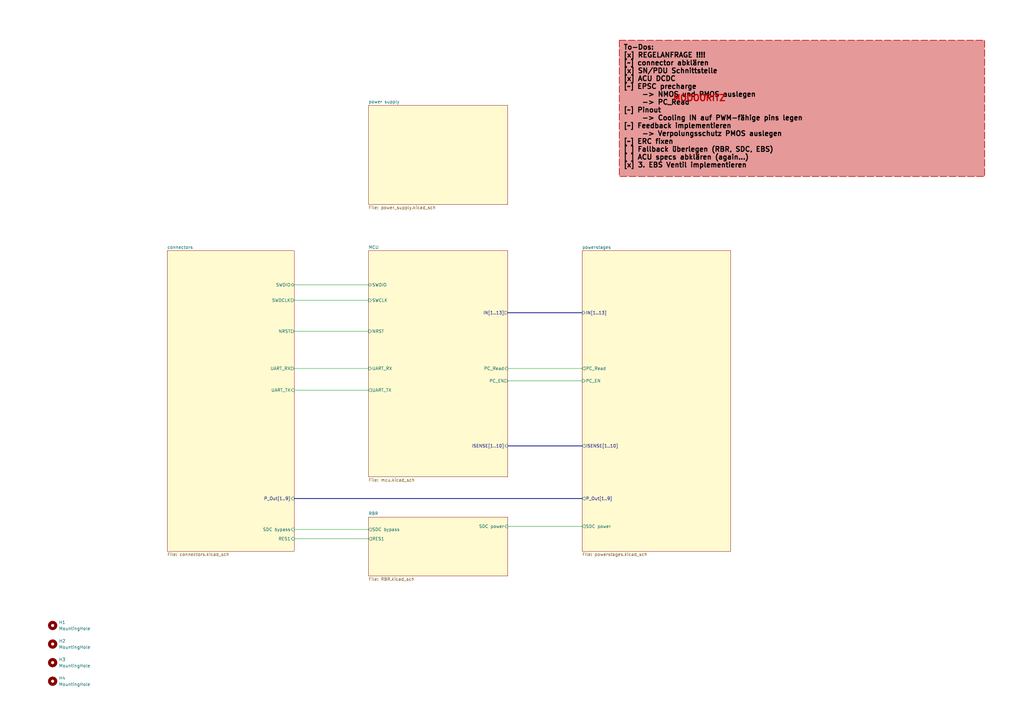
<source format=kicad_sch>
(kicad_sch (version 20231120) (generator "eeschema") (generator_version "8.0")
  (paper "A3")
  (title_block (title "PDU FT25") (date "2024-11-23") (rev "V1.1") (company "Janek Herm") (comment 1 "FaSTTUBe Electronics"))
  (lib_symbols
    (symbol "Mechanical:MountingHole" (pin_names (offset 1.016))
      (property "Reference" "H" (at 0 5.08 0))
      (property "Value" "MountingHole" (at 0 3.175 0))
      (symbol "MountingHole_0_1"
        (circle (center 0 0) (radius 1.27) (stroke (width 1.27)))
      )
    )
  )
  (wire (pts (xy 208.28 215.9) (xy 238.76 215.9)))
  (wire (pts (xy 120.65 160.02) (xy 151.13 160.02)))
  (wire (pts (xy 120.65 220.98) (xy 151.13 220.98)))
  (bus (pts (xy 208.28 128.27) (xy 238.76 128.27)))
  (wire (pts (xy 208.28 156.21) (xy 238.76 156.21)))
  (wire (pts (xy 120.65 135.89) (xy 151.13 135.89)))
  (wire (pts (xy 120.65 116.84) (xy 151.13 116.84)))
  (wire (pts (xy 120.65 123.19) (xy 151.13 123.19)))
  (bus (pts (xy 208.28 182.88) (xy 238.76 182.88)))
  (wire (pts (xy 120.65 151.13) (xy 151.13 151.13)))
  (wire (pts (xy 208.28 151.13) (xy 238.76 151.13)))
  (wire (pts (xy 151.13 217.17) (xy 120.65 217.17)))
  (bus (pts (xy 120.65 204.47) (xy 238.76 204.47)))
  (text_box "To-Dos:\n[x] REGELANFRAGE !!!!\n[~] connector abklären\n[x] SN/PDU Schnittstelle\n[x] ACU DCDC\n[~] EPSC precharge\n	-> NMOS und PMOS auslegen\n	-> PC_Read\n[~] Pinout\n	-> Cooling IN auf PWM-fähige pins legen\n[~] Feedback implementieren\n	-> Verpolungsschutz PMOS auslegen\n[~] ERC fixen\n[ ] Fallback überlegen (RBR, SDC, EBS)\n[ ] ACU specs abklären (again...)\n[x] 3. EBS Ventil implementieren" (at 254 16.51 0) (size 149.86 55.88) (stroke (width 0.25) (type dash) (color 194 0 0 1)) (fill (type color) (color 194 0 0 0.4)) (effects (font (size 2 2) (thickness 0.4) (bold yes)) (justify left top)))
  (text "MOOOORITZ" (at 275.844 40.386 0) (effects (font (size 2.5 2.5) (thickness 0.5) (bold yes)) (justify left)))
  (symbol (lib_id "Mechanical:MountingHole") (at 21.59 271.78 0) (unit 1)
    (property "Reference" "H3" (at 24.13 270.5099 0) (effects (justify left)))
    (property "Value" "MountingHole" (at 24.13 273.0499 0) (effects (justify left)))
    (property "Footprint" "MountingHole:MountingHole_4.3mm_M4" (effects (hide yes)))
  )
  (symbol (lib_id "Mechanical:MountingHole") (at 21.59 279.4 0) (unit 1)
    (property "Reference" "H4" (at 24.13 278.1299 0) (effects (justify left)))
    (property "Value" "MountingHole" (at 24.13 280.6699 0) (effects (justify left)))
    (property "Footprint" "MountingHole:MountingHole_4.3mm_M4" (effects (hide yes)))
  )
  (symbol (lib_id "Mechanical:MountingHole") (at 21.59 264.16 0) (unit 1)
    (property "Reference" "H2" (at 24.13 262.8899 0) (effects (justify left)))
    (property "Value" "MountingHole" (at 24.13 265.4299 0) (effects (justify left)))
    (property "Footprint" "MountingHole:MountingHole_4.3mm_M4" (effects (hide yes)))
  )
  (symbol (lib_id "Mechanical:MountingHole") (at 21.59 256.54 0) (unit 1)
    (property "Reference" "H1" (at 24.13 255.2699 0) (effects (justify left)))
    (property "Value" "MountingHole" (at 24.13 257.8099 0) (effects (justify left)))
    (property "Footprint" "MountingHole:MountingHole_4.3mm_M4" (effects (hide yes)))
  )
  (sheet (at 151.13 102.87) (size 57.15 92.71) (stroke (width 0.1524)) (fill (color 255 250 208 1.0000))
    (property "Sheetname" "MCU" (at 151.13 102.1584 0) (effects (justify left bottom)))
    (property "Sheetfile" "mcu.kicad_sch" (at 151.13 196.1646 0) (effects (justify left top)))
    (pin "NRST" input (at 151.13 135.89 180))
    (pin "UART_TX" output (at 151.13 160.02 180))
    (pin "UART_RX" input (at 151.13 151.13 180))
    (pin "SWCLK" input (at 151.13 123.19 180))
    (pin "SWDIO" bidirectional (at 151.13 116.84 180))
    (pin "ISENSE[1..10]" input (at 208.28 182.88 0))
    (pin "PC_EN" output (at 208.28 156.21 0))
    (pin "PC_Read" input (at 208.28 151.13 0))
    (pin "IN[1..13]" output (at 208.28 128.27 0))
  )
  (sheet (at 151.13 43.18) (size 57.15 40.64) (stroke (width 0.1524)) (fill (color 255 250 208 1.0000))
    (property "Sheetname" "power supply" (at 151.13 42.4684 0) (effects (justify left bottom)))
    (property "Sheetfile" "power_supply.kicad_sch" (at 151.13 84.4046 0) (effects (justify left top)))
  )
  (sheet (at 238.76 102.87) (size 60.96 123.19) (stroke (width 0.1524)) (fill (color 255 250 208 1.0000))
    (property "Sheetname" "powerstages" (at 238.76 102.1584 0) (effects (justify left bottom)))
    (property "Sheetfile" "powerstages.kicad_sch" (at 238.76 226.6446 0) (effects (justify left top)))
    (pin "ISENSE[1..10]" output (at 238.76 182.88 180))
    (pin "P_Out[1..9]" output (at 238.76 204.47 180))
    (pin "PC_EN" input (at 238.76 156.21 180))
    (pin "SDC power" output (at 238.76 215.9 180))
    (pin "PC_Read" output (at 238.76 151.13 180))
    (pin "IN[1..13]" input (at 238.76 128.27 180))
  )
  (sheet (at 151.13 212.09) (size 57.15 24.13) (stroke (width 0.1524)) (fill (color 255 250 208 1.0000))
    (property "Sheetname" "RBR" (at 151.13 211.3784 0) (effects (justify left bottom)))
    (property "Sheetfile" "RBR.kicad_sch" (at 151.13 236.8046 0) (effects (justify left top)))
    (pin "SDC power" input (at 208.28 215.9 0))
    (pin "SDC bypass" output (at 151.13 217.17 180))
    (pin "RES1" output (at 151.13 220.98 180))
  )
  (sheet (at 68.58 102.87) (size 52.07 123.19) (stroke (width 0.1524)) (fill (color 255 250 208 1.0000))
    (property "Sheetname" "connectors" (at 68.58 102.1584 0) (effects (justify left bottom)))
    (property "Sheetfile" "connectors.kicad_sch" (at 68.58 226.6446 0) (effects (justify left top)))
    (pin "UART_TX" input (at 120.65 160.02 0))
    (pin "UART_RX" output (at 120.65 151.13 0))
    (pin "NRST" output (at 120.65 135.89 0))
    (pin "SWDCLK" output (at 120.65 123.19 0))
    (pin "SWDIO" bidirectional (at 120.65 116.84 0))
    (pin "P_Out[1..9]" input (at 120.65 204.47 0))
    (pin "RES1" input (at 120.65 220.98 0))
    (pin "SDC bypass" input (at 120.65 217.17 0))
  )
)
</source>
